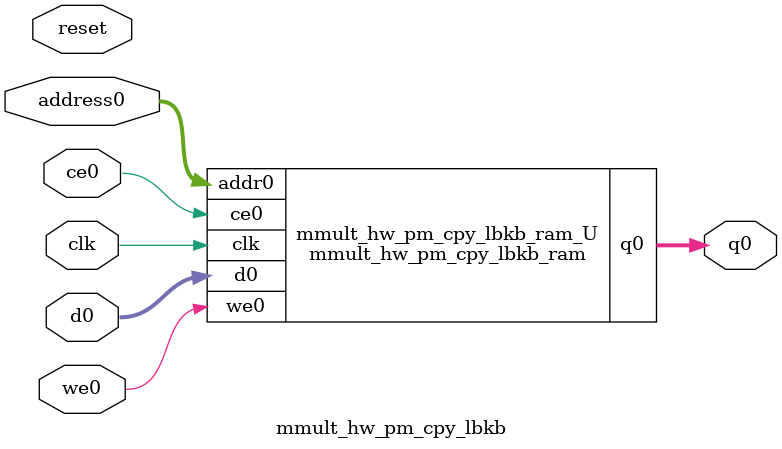
<source format=v>
`timescale 1 ns / 1 ps
module mmult_hw_pm_cpy_lbkb_ram (addr0, ce0, d0, we0, q0,  clk);

parameter DWIDTH = 32;
parameter AWIDTH = 3;
parameter MEM_SIZE = 8;

input[AWIDTH-1:0] addr0;
input ce0;
input[DWIDTH-1:0] d0;
input we0;
output reg[DWIDTH-1:0] q0;
input clk;

(* ram_style = "distributed" *)reg [DWIDTH-1:0] ram[0:MEM_SIZE-1];




always @(posedge clk)  
begin 
    if (ce0) begin
        if (we0) 
            ram[addr0] <= d0; 
        q0 <= ram[addr0];
    end
end


endmodule

`timescale 1 ns / 1 ps
module mmult_hw_pm_cpy_lbkb(
    reset,
    clk,
    address0,
    ce0,
    we0,
    d0,
    q0);

parameter DataWidth = 32'd32;
parameter AddressRange = 32'd8;
parameter AddressWidth = 32'd3;
input reset;
input clk;
input[AddressWidth - 1:0] address0;
input ce0;
input we0;
input[DataWidth - 1:0] d0;
output[DataWidth - 1:0] q0;



mmult_hw_pm_cpy_lbkb_ram mmult_hw_pm_cpy_lbkb_ram_U(
    .clk( clk ),
    .addr0( address0 ),
    .ce0( ce0 ),
    .we0( we0 ),
    .d0( d0 ),
    .q0( q0 ));

endmodule


</source>
